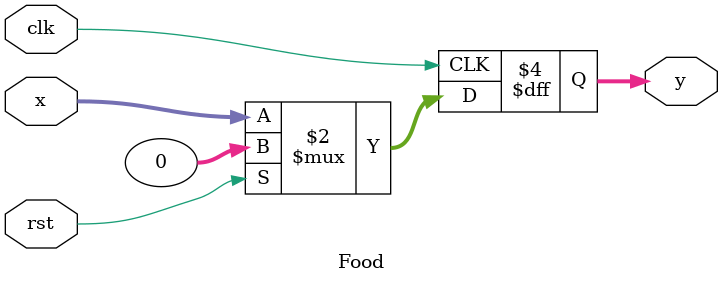
<source format=sv>
module Food #(
    parameter DW = 32,
    parameter AW = 8
    // parameter COEFW = 18
) (
    input  logic clk,
    input  logic rst,
    input  logic [DW-1:0] x,
    output logic [DW-1:0] y
);

always @(posedge clk) begin
    y <= x;

    if (rst) begin
        y <= 0;
    end
end

endmodule

</source>
